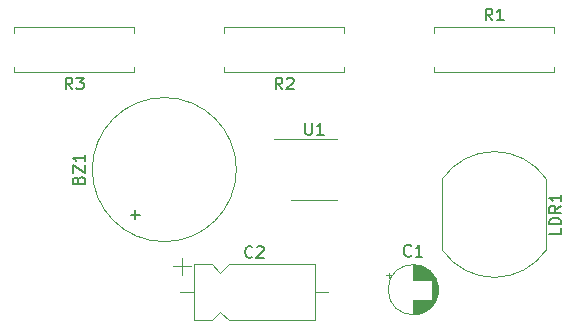
<source format=gbr>
%TF.GenerationSoftware,KiCad,Pcbnew,(6.0.4)*%
%TF.CreationDate,2022-05-30T12:30:38+05:30*%
%TF.ProjectId,vishnukumar batch 15,76697368-6e75-46b7-956d-617220626174,rev?*%
%TF.SameCoordinates,Original*%
%TF.FileFunction,Legend,Top*%
%TF.FilePolarity,Positive*%
%FSLAX46Y46*%
G04 Gerber Fmt 4.6, Leading zero omitted, Abs format (unit mm)*
G04 Created by KiCad (PCBNEW (6.0.4)) date 2022-05-30 12:30:38*
%MOMM*%
%LPD*%
G01*
G04 APERTURE LIST*
%ADD10C,0.150000*%
%ADD11C,0.120000*%
G04 APERTURE END LIST*
D10*
%TO.C,U1*%
X113538095Y-84952380D02*
X113538095Y-85761904D01*
X113585714Y-85857142D01*
X113633333Y-85904761D01*
X113728571Y-85952380D01*
X113919047Y-85952380D01*
X114014285Y-85904761D01*
X114061904Y-85857142D01*
X114109523Y-85761904D01*
X114109523Y-84952380D01*
X115109523Y-85952380D02*
X114538095Y-85952380D01*
X114823809Y-85952380D02*
X114823809Y-84952380D01*
X114728571Y-85095238D01*
X114633333Y-85190476D01*
X114538095Y-85238095D01*
%TO.C,R3*%
X93813333Y-82112380D02*
X93480000Y-81636190D01*
X93241904Y-82112380D02*
X93241904Y-81112380D01*
X93622857Y-81112380D01*
X93718095Y-81160000D01*
X93765714Y-81207619D01*
X93813333Y-81302857D01*
X93813333Y-81445714D01*
X93765714Y-81540952D01*
X93718095Y-81588571D01*
X93622857Y-81636190D01*
X93241904Y-81636190D01*
X94146666Y-81112380D02*
X94765714Y-81112380D01*
X94432380Y-81493333D01*
X94575238Y-81493333D01*
X94670476Y-81540952D01*
X94718095Y-81588571D01*
X94765714Y-81683809D01*
X94765714Y-81921904D01*
X94718095Y-82017142D01*
X94670476Y-82064761D01*
X94575238Y-82112380D01*
X94289523Y-82112380D01*
X94194285Y-82064761D01*
X94146666Y-82017142D01*
%TO.C,R2*%
X111593333Y-82112380D02*
X111260000Y-81636190D01*
X111021904Y-82112380D02*
X111021904Y-81112380D01*
X111402857Y-81112380D01*
X111498095Y-81160000D01*
X111545714Y-81207619D01*
X111593333Y-81302857D01*
X111593333Y-81445714D01*
X111545714Y-81540952D01*
X111498095Y-81588571D01*
X111402857Y-81636190D01*
X111021904Y-81636190D01*
X111974285Y-81207619D02*
X112021904Y-81160000D01*
X112117142Y-81112380D01*
X112355238Y-81112380D01*
X112450476Y-81160000D01*
X112498095Y-81207619D01*
X112545714Y-81302857D01*
X112545714Y-81398095D01*
X112498095Y-81540952D01*
X111926666Y-82112380D01*
X112545714Y-82112380D01*
%TO.C,R1*%
X129373333Y-76272380D02*
X129040000Y-75796190D01*
X128801904Y-76272380D02*
X128801904Y-75272380D01*
X129182857Y-75272380D01*
X129278095Y-75320000D01*
X129325714Y-75367619D01*
X129373333Y-75462857D01*
X129373333Y-75605714D01*
X129325714Y-75700952D01*
X129278095Y-75748571D01*
X129182857Y-75796190D01*
X128801904Y-75796190D01*
X130325714Y-76272380D02*
X129754285Y-76272380D01*
X130040000Y-76272380D02*
X130040000Y-75272380D01*
X129944761Y-75415238D01*
X129849523Y-75510476D01*
X129754285Y-75558095D01*
%TO.C,LDR1*%
X135192380Y-93866666D02*
X135192380Y-94342857D01*
X134192380Y-94342857D01*
X135192380Y-93533333D02*
X134192380Y-93533333D01*
X134192380Y-93295238D01*
X134240000Y-93152380D01*
X134335238Y-93057142D01*
X134430476Y-93009523D01*
X134620952Y-92961904D01*
X134763809Y-92961904D01*
X134954285Y-93009523D01*
X135049523Y-93057142D01*
X135144761Y-93152380D01*
X135192380Y-93295238D01*
X135192380Y-93533333D01*
X135192380Y-91961904D02*
X134716190Y-92295238D01*
X135192380Y-92533333D02*
X134192380Y-92533333D01*
X134192380Y-92152380D01*
X134240000Y-92057142D01*
X134287619Y-92009523D01*
X134382857Y-91961904D01*
X134525714Y-91961904D01*
X134620952Y-92009523D01*
X134668571Y-92057142D01*
X134716190Y-92152380D01*
X134716190Y-92533333D01*
X135192380Y-91009523D02*
X135192380Y-91580952D01*
X135192380Y-91295238D02*
X134192380Y-91295238D01*
X134335238Y-91390476D01*
X134430476Y-91485714D01*
X134478095Y-91580952D01*
%TO.C,C2*%
X109053333Y-96289642D02*
X109005714Y-96337261D01*
X108862857Y-96384880D01*
X108767619Y-96384880D01*
X108624761Y-96337261D01*
X108529523Y-96242023D01*
X108481904Y-96146785D01*
X108434285Y-95956309D01*
X108434285Y-95813452D01*
X108481904Y-95622976D01*
X108529523Y-95527738D01*
X108624761Y-95432500D01*
X108767619Y-95384880D01*
X108862857Y-95384880D01*
X109005714Y-95432500D01*
X109053333Y-95480119D01*
X109434285Y-95480119D02*
X109481904Y-95432500D01*
X109577142Y-95384880D01*
X109815238Y-95384880D01*
X109910476Y-95432500D01*
X109958095Y-95480119D01*
X110005714Y-95575357D01*
X110005714Y-95670595D01*
X109958095Y-95813452D01*
X109386666Y-96384880D01*
X110005714Y-96384880D01*
%TO.C,C1*%
X122503333Y-96167142D02*
X122455714Y-96214761D01*
X122312857Y-96262380D01*
X122217619Y-96262380D01*
X122074761Y-96214761D01*
X121979523Y-96119523D01*
X121931904Y-96024285D01*
X121884285Y-95833809D01*
X121884285Y-95690952D01*
X121931904Y-95500476D01*
X121979523Y-95405238D01*
X122074761Y-95310000D01*
X122217619Y-95262380D01*
X122312857Y-95262380D01*
X122455714Y-95310000D01*
X122503333Y-95357619D01*
X123455714Y-96262380D02*
X122884285Y-96262380D01*
X123170000Y-96262380D02*
X123170000Y-95262380D01*
X123074761Y-95405238D01*
X122979523Y-95500476D01*
X122884285Y-95548095D01*
%TO.C,BZ1*%
X94328571Y-89780952D02*
X94376190Y-89638095D01*
X94423809Y-89590476D01*
X94519047Y-89542857D01*
X94661904Y-89542857D01*
X94757142Y-89590476D01*
X94804761Y-89638095D01*
X94852380Y-89733333D01*
X94852380Y-90114285D01*
X93852380Y-90114285D01*
X93852380Y-89780952D01*
X93900000Y-89685714D01*
X93947619Y-89638095D01*
X94042857Y-89590476D01*
X94138095Y-89590476D01*
X94233333Y-89638095D01*
X94280952Y-89685714D01*
X94328571Y-89780952D01*
X94328571Y-90114285D01*
X93852380Y-89209523D02*
X93852380Y-88542857D01*
X94852380Y-89209523D01*
X94852380Y-88542857D01*
X94852380Y-87638095D02*
X94852380Y-88209523D01*
X94852380Y-87923809D02*
X93852380Y-87923809D01*
X93995238Y-88019047D01*
X94090476Y-88114285D01*
X94138095Y-88209523D01*
X99131428Y-93090952D02*
X99131428Y-92329047D01*
X99512380Y-92710000D02*
X98750476Y-92710000D01*
D11*
%TO.C,U1*%
X114300000Y-91460000D02*
X116250000Y-91460000D01*
X114300000Y-91460000D02*
X112350000Y-91460000D01*
X114300000Y-86340000D02*
X110850000Y-86340000D01*
X114300000Y-86340000D02*
X116250000Y-86340000D01*
%TO.C,R3*%
X99050000Y-80180000D02*
X99050000Y-80660000D01*
X88910000Y-76820000D02*
X88910000Y-77300000D01*
X99050000Y-80660000D02*
X88910000Y-80660000D01*
X99050000Y-77300000D02*
X99050000Y-76820000D01*
X99050000Y-76820000D02*
X88910000Y-76820000D01*
X88910000Y-80660000D02*
X88910000Y-80180000D01*
%TO.C,R2*%
X116830000Y-80180000D02*
X116830000Y-80660000D01*
X106690000Y-76820000D02*
X106690000Y-77300000D01*
X116830000Y-80660000D02*
X106690000Y-80660000D01*
X116830000Y-77300000D02*
X116830000Y-76820000D01*
X116830000Y-76820000D02*
X106690000Y-76820000D01*
X106690000Y-80660000D02*
X106690000Y-80180000D01*
%TO.C,R1*%
X124470000Y-77300000D02*
X124470000Y-76820000D01*
X134610000Y-80660000D02*
X134610000Y-80180000D01*
X124470000Y-76820000D02*
X134610000Y-76820000D01*
X124470000Y-80180000D02*
X124470000Y-80660000D01*
X124470000Y-80660000D02*
X134610000Y-80660000D01*
X134610000Y-76820000D02*
X134610000Y-77300000D01*
%TO.C,LDR1*%
X125162440Y-95732650D02*
G75*
G03*
X133940000Y-95700000I4377560J3032650D01*
G01*
X133917560Y-89667350D02*
G75*
G03*
X125140000Y-89700000I-4377560J-3032650D01*
G01*
X133940000Y-89700000D02*
X133940000Y-95700000D01*
X125140000Y-89700000D02*
X125140000Y-95700000D01*
%TO.C,C2*%
X107100000Y-101672500D02*
X114340000Y-101672500D01*
X102350000Y-97102500D02*
X103850000Y-97102500D01*
X106350000Y-97682500D02*
X107100000Y-96932500D01*
X114340000Y-96932500D02*
X114340000Y-101672500D01*
X104100000Y-96932500D02*
X104100000Y-101672500D01*
X105600000Y-96932500D02*
X106350000Y-97682500D01*
X104100000Y-96932500D02*
X105600000Y-96932500D01*
X105600000Y-101672500D02*
X106350000Y-100922500D01*
X106350000Y-100922500D02*
X107100000Y-101672500D01*
X107100000Y-96932500D02*
X114340000Y-96932500D01*
X115480000Y-99302500D02*
X114340000Y-99302500D01*
X104100000Y-101672500D02*
X105600000Y-101672500D01*
X103100000Y-96352500D02*
X103100000Y-97852500D01*
X102960000Y-99302500D02*
X104100000Y-99302500D01*
%TO.C,C1*%
X123951000Y-99900000D02*
X123951000Y-100710000D01*
X122710000Y-99900000D02*
X122710000Y-101140000D01*
X123270000Y-97066000D02*
X123270000Y-98220000D01*
X124071000Y-99900000D02*
X124071000Y-100612000D01*
X124111000Y-99900000D02*
X124111000Y-100576000D01*
X123471000Y-97136000D02*
X123471000Y-98220000D01*
X124351000Y-97806000D02*
X124351000Y-100314000D01*
X123190000Y-97044000D02*
X123190000Y-98220000D01*
X122670000Y-96980000D02*
X122670000Y-98220000D01*
X123791000Y-97300000D02*
X123791000Y-98220000D01*
X123831000Y-99900000D02*
X123831000Y-100795000D01*
X122710000Y-96980000D02*
X122710000Y-98220000D01*
X124231000Y-99900000D02*
X124231000Y-100456000D01*
X123030000Y-97010000D02*
X123030000Y-98220000D01*
X123671000Y-97230000D02*
X123671000Y-98220000D01*
X123391000Y-97106000D02*
X123391000Y-98220000D01*
X123391000Y-99900000D02*
X123391000Y-101014000D01*
X122830000Y-99900000D02*
X122830000Y-101134000D01*
X124711000Y-98523000D02*
X124711000Y-99597000D01*
X124511000Y-98047000D02*
X124511000Y-100073000D01*
X124751000Y-98690000D02*
X124751000Y-99430000D01*
X123230000Y-97055000D02*
X123230000Y-98220000D01*
X123431000Y-97120000D02*
X123431000Y-98220000D01*
X122910000Y-99900000D02*
X122910000Y-101127000D01*
X123431000Y-99900000D02*
X123431000Y-101000000D01*
X123951000Y-97410000D02*
X123951000Y-98220000D01*
X123350000Y-97092000D02*
X123350000Y-98220000D01*
X122990000Y-99900000D02*
X122990000Y-101116000D01*
X123911000Y-99900000D02*
X123911000Y-100740000D01*
X123110000Y-99900000D02*
X123110000Y-101094000D01*
X124431000Y-97918000D02*
X124431000Y-100202000D01*
X123471000Y-99900000D02*
X123471000Y-100984000D01*
X123310000Y-97078000D02*
X123310000Y-98220000D01*
X124071000Y-97508000D02*
X124071000Y-98220000D01*
X123150000Y-99900000D02*
X123150000Y-101085000D01*
X124471000Y-97980000D02*
X124471000Y-100140000D01*
X124151000Y-99900000D02*
X124151000Y-100538000D01*
X123551000Y-97171000D02*
X123551000Y-98220000D01*
X120400199Y-97865000D02*
X120800199Y-97865000D01*
X123671000Y-99900000D02*
X123671000Y-100890000D01*
X120600199Y-97665000D02*
X120600199Y-98065000D01*
X123030000Y-99900000D02*
X123030000Y-101110000D01*
X122750000Y-96981000D02*
X122750000Y-98220000D01*
X123190000Y-99900000D02*
X123190000Y-101076000D01*
X122950000Y-96998000D02*
X122950000Y-98220000D01*
X124591000Y-98201000D02*
X124591000Y-99919000D01*
X122870000Y-99900000D02*
X122870000Y-101131000D01*
X123110000Y-97026000D02*
X123110000Y-98220000D01*
X123791000Y-99900000D02*
X123791000Y-100820000D01*
X124151000Y-97582000D02*
X124151000Y-98220000D01*
X123270000Y-99900000D02*
X123270000Y-101054000D01*
X124191000Y-99900000D02*
X124191000Y-100498000D01*
X123911000Y-97380000D02*
X123911000Y-98220000D01*
X123511000Y-99900000D02*
X123511000Y-100967000D01*
X122910000Y-96993000D02*
X122910000Y-98220000D01*
X123831000Y-97325000D02*
X123831000Y-98220000D01*
X124271000Y-97709000D02*
X124271000Y-100411000D01*
X123711000Y-97252000D02*
X123711000Y-98220000D01*
X123150000Y-97035000D02*
X123150000Y-98220000D01*
X124231000Y-97664000D02*
X124231000Y-98220000D01*
X122750000Y-99900000D02*
X122750000Y-101139000D01*
X123631000Y-99900000D02*
X123631000Y-100911000D01*
X122670000Y-99900000D02*
X122670000Y-101140000D01*
X122950000Y-99900000D02*
X122950000Y-101122000D01*
X124551000Y-98120000D02*
X124551000Y-100000000D01*
X123751000Y-97275000D02*
X123751000Y-98220000D01*
X123070000Y-97018000D02*
X123070000Y-98220000D01*
X123310000Y-99900000D02*
X123310000Y-101042000D01*
X123991000Y-99900000D02*
X123991000Y-100679000D01*
X123711000Y-99900000D02*
X123711000Y-100868000D01*
X123631000Y-97209000D02*
X123631000Y-98220000D01*
X122790000Y-96983000D02*
X122790000Y-98220000D01*
X124391000Y-97860000D02*
X124391000Y-100260000D01*
X123751000Y-99900000D02*
X123751000Y-100845000D01*
X123991000Y-97441000D02*
X123991000Y-98220000D01*
X122790000Y-99900000D02*
X122790000Y-101137000D01*
X123511000Y-97153000D02*
X123511000Y-98220000D01*
X123591000Y-99900000D02*
X123591000Y-100930000D01*
X123070000Y-99900000D02*
X123070000Y-101102000D01*
X124671000Y-98396000D02*
X124671000Y-99724000D01*
X123871000Y-97352000D02*
X123871000Y-98220000D01*
X123591000Y-97190000D02*
X123591000Y-98220000D01*
X122870000Y-96989000D02*
X122870000Y-98220000D01*
X123551000Y-99900000D02*
X123551000Y-100949000D01*
X123230000Y-99900000D02*
X123230000Y-101065000D01*
X124031000Y-99900000D02*
X124031000Y-100647000D01*
X124111000Y-97544000D02*
X124111000Y-98220000D01*
X122990000Y-97004000D02*
X122990000Y-98220000D01*
X124631000Y-98292000D02*
X124631000Y-99828000D01*
X123871000Y-99900000D02*
X123871000Y-100768000D01*
X124031000Y-97473000D02*
X124031000Y-98220000D01*
X123350000Y-99900000D02*
X123350000Y-101028000D01*
X124191000Y-97622000D02*
X124191000Y-98220000D01*
X124311000Y-97756000D02*
X124311000Y-100364000D01*
X122830000Y-96986000D02*
X122830000Y-98220000D01*
X124790000Y-99060000D02*
G75*
G03*
X124790000Y-99060000I-2120000J0D01*
G01*
%TO.C,BZ1*%
X107700000Y-88900000D02*
G75*
G03*
X107700000Y-88900000I-6100000J0D01*
G01*
%TD*%
M02*

</source>
